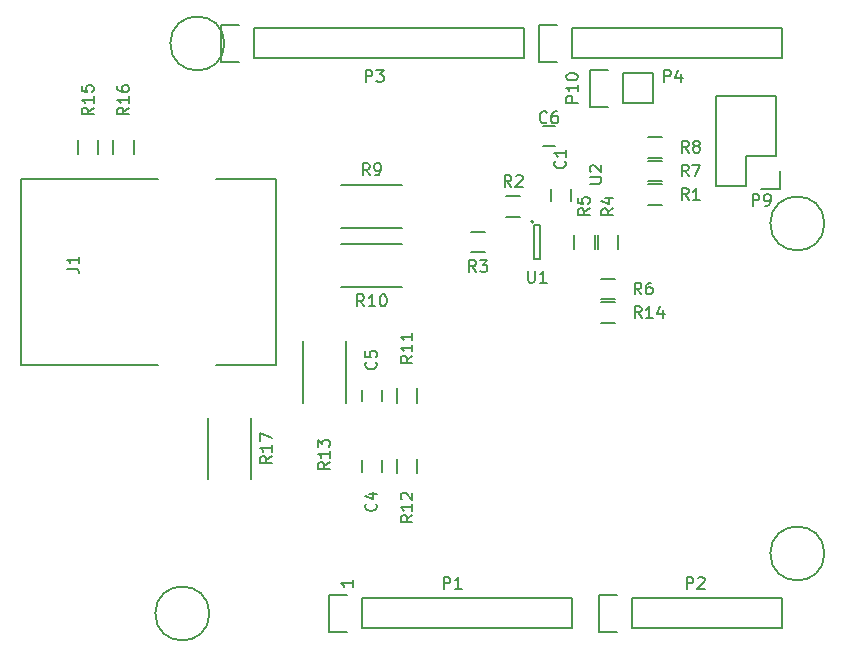
<source format=gbr>
G04 #@! TF.FileFunction,Legend,Top*
%FSLAX46Y46*%
G04 Gerber Fmt 4.6, Leading zero omitted, Abs format (unit mm)*
G04 Created by KiCad (PCBNEW (2015-08-20 BZR 6109, Git 2605ab0)-product) date Sat 10 Oct 2015 06:29:31 PM EDT*
%MOMM*%
G01*
G04 APERTURE LIST*
%ADD10C,0.100000*%
%ADD11C,0.150000*%
G04 APERTURE END LIST*
D10*
D11*
X28392381Y5365715D02*
X28392381Y4794286D01*
X28392381Y5080000D02*
X27392381Y5080000D01*
X27535238Y4984762D01*
X27630476Y4889524D01*
X27678095Y4794286D01*
X29210000Y1270000D02*
X46990000Y1270000D01*
X46990000Y1270000D02*
X46990000Y3810000D01*
X46990000Y3810000D02*
X29210000Y3810000D01*
X26390000Y990000D02*
X27940000Y990000D01*
X29210000Y1270000D02*
X29210000Y3810000D01*
X27940000Y4090000D02*
X26390000Y4090000D01*
X26390000Y4090000D02*
X26390000Y990000D01*
X52070000Y1270000D02*
X64770000Y1270000D01*
X64770000Y1270000D02*
X64770000Y3810000D01*
X64770000Y3810000D02*
X52070000Y3810000D01*
X49250000Y990000D02*
X50800000Y990000D01*
X52070000Y1270000D02*
X52070000Y3810000D01*
X50800000Y4090000D02*
X49250000Y4090000D01*
X49250000Y4090000D02*
X49250000Y990000D01*
X20066000Y49530000D02*
X42926000Y49530000D01*
X42926000Y49530000D02*
X42926000Y52070000D01*
X42926000Y52070000D02*
X20066000Y52070000D01*
X17246000Y49250000D02*
X18796000Y49250000D01*
X20066000Y49530000D02*
X20066000Y52070000D01*
X18796000Y52350000D02*
X17246000Y52350000D01*
X17246000Y52350000D02*
X17246000Y49250000D01*
X46990000Y49530000D02*
X64770000Y49530000D01*
X64770000Y49530000D02*
X64770000Y52070000D01*
X64770000Y52070000D02*
X46990000Y52070000D01*
X44170000Y49250000D02*
X45720000Y49250000D01*
X46990000Y49530000D02*
X46990000Y52070000D01*
X45720000Y52350000D02*
X44170000Y52350000D01*
X44170000Y52350000D02*
X44170000Y49250000D01*
X16256000Y2540000D02*
G75*
G03X16256000Y2540000I-2286000J0D01*
G01*
X68326000Y7620000D02*
G75*
G03X68326000Y7620000I-2286000J0D01*
G01*
X17526000Y50800000D02*
G75*
G03X17526000Y50800000I-2286000J0D01*
G01*
X68326000Y35560000D02*
G75*
G03X68326000Y35560000I-2286000J0D01*
G01*
X46850000Y37500000D02*
X46850000Y38500000D01*
X45150000Y38500000D02*
X45150000Y37500000D01*
X29150000Y15500000D02*
X29150000Y14500000D01*
X30850000Y14500000D02*
X30850000Y15500000D01*
X29150000Y21500000D02*
X29150000Y20500000D01*
X30850000Y20500000D02*
X30850000Y21500000D01*
X44500000Y42150000D02*
X45500000Y42150000D01*
X45500000Y43850000D02*
X44500000Y43850000D01*
X315000Y23571000D02*
X11872000Y23571000D01*
X16825000Y23571000D02*
X21905000Y23571000D01*
X315000Y39319000D02*
X11872000Y39319000D01*
X16825000Y39319000D02*
X21905000Y39319000D01*
X21905000Y39319000D02*
X21905000Y23571000D01*
X315000Y39319000D02*
X315000Y23571000D01*
X64270000Y41270000D02*
X64270000Y46350000D01*
X64550000Y38450000D02*
X63000000Y38450000D01*
X61730000Y38730000D02*
X61730000Y41270000D01*
X61730000Y41270000D02*
X64270000Y41270000D01*
X64270000Y46350000D02*
X59190000Y46350000D01*
X59190000Y46350000D02*
X59190000Y41270000D01*
X64550000Y38450000D02*
X64550000Y40000000D01*
X59190000Y38730000D02*
X61730000Y38730000D01*
X59190000Y41270000D02*
X59190000Y38730000D01*
X51270000Y48270000D02*
X53810000Y48270000D01*
X48450000Y48550000D02*
X50000000Y48550000D01*
X51270000Y48270000D02*
X51270000Y45730000D01*
X50000000Y45450000D02*
X48450000Y45450000D01*
X48450000Y45450000D02*
X48450000Y48550000D01*
X51270000Y45730000D02*
X53810000Y45730000D01*
X53810000Y45730000D02*
X53810000Y48270000D01*
X54600000Y37125000D02*
X53400000Y37125000D01*
X53400000Y38875000D02*
X54600000Y38875000D01*
X42600000Y36125000D02*
X41400000Y36125000D01*
X41400000Y37875000D02*
X42600000Y37875000D01*
X38400000Y34875000D02*
X39600000Y34875000D01*
X39600000Y33125000D02*
X38400000Y33125000D01*
X49125000Y33400000D02*
X49125000Y34600000D01*
X50875000Y34600000D02*
X50875000Y33400000D01*
X47125000Y33400000D02*
X47125000Y34600000D01*
X48875000Y34600000D02*
X48875000Y33400000D01*
X50600000Y29125000D02*
X49400000Y29125000D01*
X49400000Y30875000D02*
X50600000Y30875000D01*
X54600000Y39125000D02*
X53400000Y39125000D01*
X53400000Y40875000D02*
X54600000Y40875000D01*
X53400000Y42875000D02*
X54600000Y42875000D01*
X54600000Y41125000D02*
X53400000Y41125000D01*
X32600000Y35175000D02*
X27400000Y35175000D01*
X27400000Y38825000D02*
X32600000Y38825000D01*
X32600000Y30175000D02*
X27400000Y30175000D01*
X27400000Y33825000D02*
X32600000Y33825000D01*
X33875000Y21600000D02*
X33875000Y20400000D01*
X32125000Y20400000D02*
X32125000Y21600000D01*
X33875000Y15600000D02*
X33875000Y14400000D01*
X32125000Y14400000D02*
X32125000Y15600000D01*
X50600000Y27125000D02*
X49400000Y27125000D01*
X49400000Y28875000D02*
X50600000Y28875000D01*
X6875000Y42600000D02*
X6875000Y41400000D01*
X5125000Y41400000D02*
X5125000Y42600000D01*
X9875000Y42600000D02*
X9875000Y41400000D01*
X8125000Y41400000D02*
X8125000Y42600000D01*
X16175000Y13900000D02*
X16175000Y19100000D01*
X19825000Y19100000D02*
X19825000Y13900000D01*
X43700000Y35700000D02*
G75*
G03X43700000Y35700000I-100000J0D01*
G01*
X44250000Y35450000D02*
X43750000Y35450000D01*
X44250000Y32550000D02*
X44250000Y35450000D01*
X43750000Y32550000D02*
X44250000Y32550000D01*
X43750000Y35450000D02*
X43750000Y32550000D01*
X24175000Y20400000D02*
X24175000Y25600000D01*
X27825000Y25600000D02*
X27825000Y20400000D01*
X36091905Y4627619D02*
X36091905Y5627619D01*
X36472858Y5627619D01*
X36568096Y5580000D01*
X36615715Y5532381D01*
X36663334Y5437143D01*
X36663334Y5294286D01*
X36615715Y5199048D01*
X36568096Y5151429D01*
X36472858Y5103810D01*
X36091905Y5103810D01*
X37615715Y4627619D02*
X37044286Y4627619D01*
X37330000Y4627619D02*
X37330000Y5627619D01*
X37234762Y5484762D01*
X37139524Y5389524D01*
X37044286Y5341905D01*
X56665905Y4627619D02*
X56665905Y5627619D01*
X57046858Y5627619D01*
X57142096Y5580000D01*
X57189715Y5532381D01*
X57237334Y5437143D01*
X57237334Y5294286D01*
X57189715Y5199048D01*
X57142096Y5151429D01*
X57046858Y5103810D01*
X56665905Y5103810D01*
X57618286Y5532381D02*
X57665905Y5580000D01*
X57761143Y5627619D01*
X57999239Y5627619D01*
X58094477Y5580000D01*
X58142096Y5532381D01*
X58189715Y5437143D01*
X58189715Y5341905D01*
X58142096Y5199048D01*
X57570667Y4627619D01*
X58189715Y4627619D01*
X29487905Y47553619D02*
X29487905Y48553619D01*
X29868858Y48553619D01*
X29964096Y48506000D01*
X30011715Y48458381D01*
X30059334Y48363143D01*
X30059334Y48220286D01*
X30011715Y48125048D01*
X29964096Y48077429D01*
X29868858Y48029810D01*
X29487905Y48029810D01*
X30392667Y48553619D02*
X31011715Y48553619D01*
X30678381Y48172667D01*
X30821239Y48172667D01*
X30916477Y48125048D01*
X30964096Y48077429D01*
X31011715Y47982190D01*
X31011715Y47744095D01*
X30964096Y47648857D01*
X30916477Y47601238D01*
X30821239Y47553619D01*
X30535524Y47553619D01*
X30440286Y47601238D01*
X30392667Y47648857D01*
X54761905Y47547619D02*
X54761905Y48547619D01*
X55142858Y48547619D01*
X55238096Y48500000D01*
X55285715Y48452381D01*
X55333334Y48357143D01*
X55333334Y48214286D01*
X55285715Y48119048D01*
X55238096Y48071429D01*
X55142858Y48023810D01*
X54761905Y48023810D01*
X56190477Y48214286D02*
X56190477Y47547619D01*
X55952381Y48595238D02*
X55714286Y47880952D01*
X56333334Y47880952D01*
X46357143Y40833334D02*
X46404762Y40785715D01*
X46452381Y40642858D01*
X46452381Y40547620D01*
X46404762Y40404762D01*
X46309524Y40309524D01*
X46214286Y40261905D01*
X46023810Y40214286D01*
X45880952Y40214286D01*
X45690476Y40261905D01*
X45595238Y40309524D01*
X45500000Y40404762D01*
X45452381Y40547620D01*
X45452381Y40642858D01*
X45500000Y40785715D01*
X45547619Y40833334D01*
X46452381Y41785715D02*
X46452381Y41214286D01*
X46452381Y41500000D02*
X45452381Y41500000D01*
X45595238Y41404762D01*
X45690476Y41309524D01*
X45738095Y41214286D01*
X30357143Y11833334D02*
X30404762Y11785715D01*
X30452381Y11642858D01*
X30452381Y11547620D01*
X30404762Y11404762D01*
X30309524Y11309524D01*
X30214286Y11261905D01*
X30023810Y11214286D01*
X29880952Y11214286D01*
X29690476Y11261905D01*
X29595238Y11309524D01*
X29500000Y11404762D01*
X29452381Y11547620D01*
X29452381Y11642858D01*
X29500000Y11785715D01*
X29547619Y11833334D01*
X29785714Y12690477D02*
X30452381Y12690477D01*
X29404762Y12452381D02*
X30119048Y12214286D01*
X30119048Y12833334D01*
X30357143Y23833334D02*
X30404762Y23785715D01*
X30452381Y23642858D01*
X30452381Y23547620D01*
X30404762Y23404762D01*
X30309524Y23309524D01*
X30214286Y23261905D01*
X30023810Y23214286D01*
X29880952Y23214286D01*
X29690476Y23261905D01*
X29595238Y23309524D01*
X29500000Y23404762D01*
X29452381Y23547620D01*
X29452381Y23642858D01*
X29500000Y23785715D01*
X29547619Y23833334D01*
X29452381Y24738096D02*
X29452381Y24261905D01*
X29928571Y24214286D01*
X29880952Y24261905D01*
X29833333Y24357143D01*
X29833333Y24595239D01*
X29880952Y24690477D01*
X29928571Y24738096D01*
X30023810Y24785715D01*
X30261905Y24785715D01*
X30357143Y24738096D01*
X30404762Y24690477D01*
X30452381Y24595239D01*
X30452381Y24357143D01*
X30404762Y24261905D01*
X30357143Y24214286D01*
X44833334Y44142857D02*
X44785715Y44095238D01*
X44642858Y44047619D01*
X44547620Y44047619D01*
X44404762Y44095238D01*
X44309524Y44190476D01*
X44261905Y44285714D01*
X44214286Y44476190D01*
X44214286Y44619048D01*
X44261905Y44809524D01*
X44309524Y44904762D01*
X44404762Y45000000D01*
X44547620Y45047619D01*
X44642858Y45047619D01*
X44785715Y45000000D01*
X44833334Y44952381D01*
X45690477Y45047619D02*
X45500000Y45047619D01*
X45404762Y45000000D01*
X45357143Y44952381D01*
X45261905Y44809524D01*
X45214286Y44619048D01*
X45214286Y44238095D01*
X45261905Y44142857D01*
X45309524Y44095238D01*
X45404762Y44047619D01*
X45595239Y44047619D01*
X45690477Y44095238D01*
X45738096Y44142857D01*
X45785715Y44238095D01*
X45785715Y44476190D01*
X45738096Y44571429D01*
X45690477Y44619048D01*
X45595239Y44666667D01*
X45404762Y44666667D01*
X45309524Y44619048D01*
X45261905Y44571429D01*
X45214286Y44476190D01*
X4212381Y31746667D02*
X4926667Y31746667D01*
X5069524Y31699047D01*
X5164762Y31603809D01*
X5212381Y31460952D01*
X5212381Y31365714D01*
X5212381Y32746667D02*
X5212381Y32175238D01*
X5212381Y32460952D02*
X4212381Y32460952D01*
X4355238Y32365714D01*
X4450476Y32270476D01*
X4498095Y32175238D01*
X62261905Y37047619D02*
X62261905Y38047619D01*
X62642858Y38047619D01*
X62738096Y38000000D01*
X62785715Y37952381D01*
X62833334Y37857143D01*
X62833334Y37714286D01*
X62785715Y37619048D01*
X62738096Y37571429D01*
X62642858Y37523810D01*
X62261905Y37523810D01*
X63309524Y37047619D02*
X63500000Y37047619D01*
X63595239Y37095238D01*
X63642858Y37142857D01*
X63738096Y37285714D01*
X63785715Y37476190D01*
X63785715Y37857143D01*
X63738096Y37952381D01*
X63690477Y38000000D01*
X63595239Y38047619D01*
X63404762Y38047619D01*
X63309524Y38000000D01*
X63261905Y37952381D01*
X63214286Y37857143D01*
X63214286Y37619048D01*
X63261905Y37523810D01*
X63309524Y37476190D01*
X63404762Y37428571D01*
X63595239Y37428571D01*
X63690477Y37476190D01*
X63738096Y37523810D01*
X63785715Y37619048D01*
X47452381Y45785714D02*
X46452381Y45785714D01*
X46452381Y46166667D01*
X46500000Y46261905D01*
X46547619Y46309524D01*
X46642857Y46357143D01*
X46785714Y46357143D01*
X46880952Y46309524D01*
X46928571Y46261905D01*
X46976190Y46166667D01*
X46976190Y45785714D01*
X47452381Y47309524D02*
X47452381Y46738095D01*
X47452381Y47023809D02*
X46452381Y47023809D01*
X46595238Y46928571D01*
X46690476Y46833333D01*
X46738095Y46738095D01*
X46452381Y47928571D02*
X46452381Y48023810D01*
X46500000Y48119048D01*
X46547619Y48166667D01*
X46642857Y48214286D01*
X46833333Y48261905D01*
X47071429Y48261905D01*
X47261905Y48214286D01*
X47357143Y48166667D01*
X47404762Y48119048D01*
X47452381Y48023810D01*
X47452381Y47928571D01*
X47404762Y47833333D01*
X47357143Y47785714D01*
X47261905Y47738095D01*
X47071429Y47690476D01*
X46833333Y47690476D01*
X46642857Y47738095D01*
X46547619Y47785714D01*
X46500000Y47833333D01*
X46452381Y47928571D01*
X56833334Y37547619D02*
X56500000Y38023810D01*
X56261905Y37547619D02*
X56261905Y38547619D01*
X56642858Y38547619D01*
X56738096Y38500000D01*
X56785715Y38452381D01*
X56833334Y38357143D01*
X56833334Y38214286D01*
X56785715Y38119048D01*
X56738096Y38071429D01*
X56642858Y38023810D01*
X56261905Y38023810D01*
X57785715Y37547619D02*
X57214286Y37547619D01*
X57500000Y37547619D02*
X57500000Y38547619D01*
X57404762Y38404762D01*
X57309524Y38309524D01*
X57214286Y38261905D01*
X41833334Y38647619D02*
X41500000Y39123810D01*
X41261905Y38647619D02*
X41261905Y39647619D01*
X41642858Y39647619D01*
X41738096Y39600000D01*
X41785715Y39552381D01*
X41833334Y39457143D01*
X41833334Y39314286D01*
X41785715Y39219048D01*
X41738096Y39171429D01*
X41642858Y39123810D01*
X41261905Y39123810D01*
X42214286Y39552381D02*
X42261905Y39600000D01*
X42357143Y39647619D01*
X42595239Y39647619D01*
X42690477Y39600000D01*
X42738096Y39552381D01*
X42785715Y39457143D01*
X42785715Y39361905D01*
X42738096Y39219048D01*
X42166667Y38647619D01*
X42785715Y38647619D01*
X38833334Y31447619D02*
X38500000Y31923810D01*
X38261905Y31447619D02*
X38261905Y32447619D01*
X38642858Y32447619D01*
X38738096Y32400000D01*
X38785715Y32352381D01*
X38833334Y32257143D01*
X38833334Y32114286D01*
X38785715Y32019048D01*
X38738096Y31971429D01*
X38642858Y31923810D01*
X38261905Y31923810D01*
X39166667Y32447619D02*
X39785715Y32447619D01*
X39452381Y32066667D01*
X39595239Y32066667D01*
X39690477Y32019048D01*
X39738096Y31971429D01*
X39785715Y31876190D01*
X39785715Y31638095D01*
X39738096Y31542857D01*
X39690477Y31495238D01*
X39595239Y31447619D01*
X39309524Y31447619D01*
X39214286Y31495238D01*
X39166667Y31542857D01*
X50452381Y36833334D02*
X49976190Y36500000D01*
X50452381Y36261905D02*
X49452381Y36261905D01*
X49452381Y36642858D01*
X49500000Y36738096D01*
X49547619Y36785715D01*
X49642857Y36833334D01*
X49785714Y36833334D01*
X49880952Y36785715D01*
X49928571Y36738096D01*
X49976190Y36642858D01*
X49976190Y36261905D01*
X49785714Y37690477D02*
X50452381Y37690477D01*
X49404762Y37452381D02*
X50119048Y37214286D01*
X50119048Y37833334D01*
X48452381Y36833334D02*
X47976190Y36500000D01*
X48452381Y36261905D02*
X47452381Y36261905D01*
X47452381Y36642858D01*
X47500000Y36738096D01*
X47547619Y36785715D01*
X47642857Y36833334D01*
X47785714Y36833334D01*
X47880952Y36785715D01*
X47928571Y36738096D01*
X47976190Y36642858D01*
X47976190Y36261905D01*
X47452381Y37738096D02*
X47452381Y37261905D01*
X47928571Y37214286D01*
X47880952Y37261905D01*
X47833333Y37357143D01*
X47833333Y37595239D01*
X47880952Y37690477D01*
X47928571Y37738096D01*
X48023810Y37785715D01*
X48261905Y37785715D01*
X48357143Y37738096D01*
X48404762Y37690477D01*
X48452381Y37595239D01*
X48452381Y37357143D01*
X48404762Y37261905D01*
X48357143Y37214286D01*
X52833334Y29547619D02*
X52500000Y30023810D01*
X52261905Y29547619D02*
X52261905Y30547619D01*
X52642858Y30547619D01*
X52738096Y30500000D01*
X52785715Y30452381D01*
X52833334Y30357143D01*
X52833334Y30214286D01*
X52785715Y30119048D01*
X52738096Y30071429D01*
X52642858Y30023810D01*
X52261905Y30023810D01*
X53690477Y30547619D02*
X53500000Y30547619D01*
X53404762Y30500000D01*
X53357143Y30452381D01*
X53261905Y30309524D01*
X53214286Y30119048D01*
X53214286Y29738095D01*
X53261905Y29642857D01*
X53309524Y29595238D01*
X53404762Y29547619D01*
X53595239Y29547619D01*
X53690477Y29595238D01*
X53738096Y29642857D01*
X53785715Y29738095D01*
X53785715Y29976190D01*
X53738096Y30071429D01*
X53690477Y30119048D01*
X53595239Y30166667D01*
X53404762Y30166667D01*
X53309524Y30119048D01*
X53261905Y30071429D01*
X53214286Y29976190D01*
X56833334Y39547619D02*
X56500000Y40023810D01*
X56261905Y39547619D02*
X56261905Y40547619D01*
X56642858Y40547619D01*
X56738096Y40500000D01*
X56785715Y40452381D01*
X56833334Y40357143D01*
X56833334Y40214286D01*
X56785715Y40119048D01*
X56738096Y40071429D01*
X56642858Y40023810D01*
X56261905Y40023810D01*
X57166667Y40547619D02*
X57833334Y40547619D01*
X57404762Y39547619D01*
X56833334Y41547619D02*
X56500000Y42023810D01*
X56261905Y41547619D02*
X56261905Y42547619D01*
X56642858Y42547619D01*
X56738096Y42500000D01*
X56785715Y42452381D01*
X56833334Y42357143D01*
X56833334Y42214286D01*
X56785715Y42119048D01*
X56738096Y42071429D01*
X56642858Y42023810D01*
X56261905Y42023810D01*
X57404762Y42119048D02*
X57309524Y42166667D01*
X57261905Y42214286D01*
X57214286Y42309524D01*
X57214286Y42357143D01*
X57261905Y42452381D01*
X57309524Y42500000D01*
X57404762Y42547619D01*
X57595239Y42547619D01*
X57690477Y42500000D01*
X57738096Y42452381D01*
X57785715Y42357143D01*
X57785715Y42309524D01*
X57738096Y42214286D01*
X57690477Y42166667D01*
X57595239Y42119048D01*
X57404762Y42119048D01*
X57309524Y42071429D01*
X57261905Y42023810D01*
X57214286Y41928571D01*
X57214286Y41738095D01*
X57261905Y41642857D01*
X57309524Y41595238D01*
X57404762Y41547619D01*
X57595239Y41547619D01*
X57690477Y41595238D01*
X57738096Y41642857D01*
X57785715Y41738095D01*
X57785715Y41928571D01*
X57738096Y42023810D01*
X57690477Y42071429D01*
X57595239Y42119048D01*
X29833334Y39647619D02*
X29500000Y40123810D01*
X29261905Y39647619D02*
X29261905Y40647619D01*
X29642858Y40647619D01*
X29738096Y40600000D01*
X29785715Y40552381D01*
X29833334Y40457143D01*
X29833334Y40314286D01*
X29785715Y40219048D01*
X29738096Y40171429D01*
X29642858Y40123810D01*
X29261905Y40123810D01*
X30309524Y39647619D02*
X30500000Y39647619D01*
X30595239Y39695238D01*
X30642858Y39742857D01*
X30738096Y39885714D01*
X30785715Y40076190D01*
X30785715Y40457143D01*
X30738096Y40552381D01*
X30690477Y40600000D01*
X30595239Y40647619D01*
X30404762Y40647619D01*
X30309524Y40600000D01*
X30261905Y40552381D01*
X30214286Y40457143D01*
X30214286Y40219048D01*
X30261905Y40123810D01*
X30309524Y40076190D01*
X30404762Y40028571D01*
X30595239Y40028571D01*
X30690477Y40076190D01*
X30738096Y40123810D01*
X30785715Y40219048D01*
X29357143Y28547619D02*
X29023809Y29023810D01*
X28785714Y28547619D02*
X28785714Y29547619D01*
X29166667Y29547619D01*
X29261905Y29500000D01*
X29309524Y29452381D01*
X29357143Y29357143D01*
X29357143Y29214286D01*
X29309524Y29119048D01*
X29261905Y29071429D01*
X29166667Y29023810D01*
X28785714Y29023810D01*
X30309524Y28547619D02*
X29738095Y28547619D01*
X30023809Y28547619D02*
X30023809Y29547619D01*
X29928571Y29404762D01*
X29833333Y29309524D01*
X29738095Y29261905D01*
X30928571Y29547619D02*
X31023810Y29547619D01*
X31119048Y29500000D01*
X31166667Y29452381D01*
X31214286Y29357143D01*
X31261905Y29166667D01*
X31261905Y28928571D01*
X31214286Y28738095D01*
X31166667Y28642857D01*
X31119048Y28595238D01*
X31023810Y28547619D01*
X30928571Y28547619D01*
X30833333Y28595238D01*
X30785714Y28642857D01*
X30738095Y28738095D01*
X30690476Y28928571D01*
X30690476Y29166667D01*
X30738095Y29357143D01*
X30785714Y29452381D01*
X30833333Y29500000D01*
X30928571Y29547619D01*
X33452381Y24357143D02*
X32976190Y24023809D01*
X33452381Y23785714D02*
X32452381Y23785714D01*
X32452381Y24166667D01*
X32500000Y24261905D01*
X32547619Y24309524D01*
X32642857Y24357143D01*
X32785714Y24357143D01*
X32880952Y24309524D01*
X32928571Y24261905D01*
X32976190Y24166667D01*
X32976190Y23785714D01*
X33452381Y25309524D02*
X33452381Y24738095D01*
X33452381Y25023809D02*
X32452381Y25023809D01*
X32595238Y24928571D01*
X32690476Y24833333D01*
X32738095Y24738095D01*
X33452381Y26261905D02*
X33452381Y25690476D01*
X33452381Y25976190D02*
X32452381Y25976190D01*
X32595238Y25880952D01*
X32690476Y25785714D01*
X32738095Y25690476D01*
X33452381Y10857143D02*
X32976190Y10523809D01*
X33452381Y10285714D02*
X32452381Y10285714D01*
X32452381Y10666667D01*
X32500000Y10761905D01*
X32547619Y10809524D01*
X32642857Y10857143D01*
X32785714Y10857143D01*
X32880952Y10809524D01*
X32928571Y10761905D01*
X32976190Y10666667D01*
X32976190Y10285714D01*
X33452381Y11809524D02*
X33452381Y11238095D01*
X33452381Y11523809D02*
X32452381Y11523809D01*
X32595238Y11428571D01*
X32690476Y11333333D01*
X32738095Y11238095D01*
X32547619Y12190476D02*
X32500000Y12238095D01*
X32452381Y12333333D01*
X32452381Y12571429D01*
X32500000Y12666667D01*
X32547619Y12714286D01*
X32642857Y12761905D01*
X32738095Y12761905D01*
X32880952Y12714286D01*
X33452381Y12142857D01*
X33452381Y12761905D01*
X52857143Y27547619D02*
X52523809Y28023810D01*
X52285714Y27547619D02*
X52285714Y28547619D01*
X52666667Y28547619D01*
X52761905Y28500000D01*
X52809524Y28452381D01*
X52857143Y28357143D01*
X52857143Y28214286D01*
X52809524Y28119048D01*
X52761905Y28071429D01*
X52666667Y28023810D01*
X52285714Y28023810D01*
X53809524Y27547619D02*
X53238095Y27547619D01*
X53523809Y27547619D02*
X53523809Y28547619D01*
X53428571Y28404762D01*
X53333333Y28309524D01*
X53238095Y28261905D01*
X54666667Y28214286D02*
X54666667Y27547619D01*
X54428571Y28595238D02*
X54190476Y27880952D01*
X54809524Y27880952D01*
X6452381Y45357143D02*
X5976190Y45023809D01*
X6452381Y44785714D02*
X5452381Y44785714D01*
X5452381Y45166667D01*
X5500000Y45261905D01*
X5547619Y45309524D01*
X5642857Y45357143D01*
X5785714Y45357143D01*
X5880952Y45309524D01*
X5928571Y45261905D01*
X5976190Y45166667D01*
X5976190Y44785714D01*
X6452381Y46309524D02*
X6452381Y45738095D01*
X6452381Y46023809D02*
X5452381Y46023809D01*
X5595238Y45928571D01*
X5690476Y45833333D01*
X5738095Y45738095D01*
X5452381Y47214286D02*
X5452381Y46738095D01*
X5928571Y46690476D01*
X5880952Y46738095D01*
X5833333Y46833333D01*
X5833333Y47071429D01*
X5880952Y47166667D01*
X5928571Y47214286D01*
X6023810Y47261905D01*
X6261905Y47261905D01*
X6357143Y47214286D01*
X6404762Y47166667D01*
X6452381Y47071429D01*
X6452381Y46833333D01*
X6404762Y46738095D01*
X6357143Y46690476D01*
X9452381Y45357143D02*
X8976190Y45023809D01*
X9452381Y44785714D02*
X8452381Y44785714D01*
X8452381Y45166667D01*
X8500000Y45261905D01*
X8547619Y45309524D01*
X8642857Y45357143D01*
X8785714Y45357143D01*
X8880952Y45309524D01*
X8928571Y45261905D01*
X8976190Y45166667D01*
X8976190Y44785714D01*
X9452381Y46309524D02*
X9452381Y45738095D01*
X9452381Y46023809D02*
X8452381Y46023809D01*
X8595238Y45928571D01*
X8690476Y45833333D01*
X8738095Y45738095D01*
X8452381Y47166667D02*
X8452381Y46976190D01*
X8500000Y46880952D01*
X8547619Y46833333D01*
X8690476Y46738095D01*
X8880952Y46690476D01*
X9261905Y46690476D01*
X9357143Y46738095D01*
X9404762Y46785714D01*
X9452381Y46880952D01*
X9452381Y47071429D01*
X9404762Y47166667D01*
X9357143Y47214286D01*
X9261905Y47261905D01*
X9023810Y47261905D01*
X8928571Y47214286D01*
X8880952Y47166667D01*
X8833333Y47071429D01*
X8833333Y46880952D01*
X8880952Y46785714D01*
X8928571Y46738095D01*
X9023810Y46690476D01*
X21552381Y15857143D02*
X21076190Y15523809D01*
X21552381Y15285714D02*
X20552381Y15285714D01*
X20552381Y15666667D01*
X20600000Y15761905D01*
X20647619Y15809524D01*
X20742857Y15857143D01*
X20885714Y15857143D01*
X20980952Y15809524D01*
X21028571Y15761905D01*
X21076190Y15666667D01*
X21076190Y15285714D01*
X21552381Y16809524D02*
X21552381Y16238095D01*
X21552381Y16523809D02*
X20552381Y16523809D01*
X20695238Y16428571D01*
X20790476Y16333333D01*
X20838095Y16238095D01*
X20552381Y17142857D02*
X20552381Y17809524D01*
X21552381Y17380952D01*
X43238095Y31547619D02*
X43238095Y30738095D01*
X43285714Y30642857D01*
X43333333Y30595238D01*
X43428571Y30547619D01*
X43619048Y30547619D01*
X43714286Y30595238D01*
X43761905Y30642857D01*
X43809524Y30738095D01*
X43809524Y31547619D01*
X44809524Y30547619D02*
X44238095Y30547619D01*
X44523809Y30547619D02*
X44523809Y31547619D01*
X44428571Y31404762D01*
X44333333Y31309524D01*
X44238095Y31261905D01*
X48452381Y38938095D02*
X49261905Y38938095D01*
X49357143Y38985714D01*
X49404762Y39033333D01*
X49452381Y39128571D01*
X49452381Y39319048D01*
X49404762Y39414286D01*
X49357143Y39461905D01*
X49261905Y39509524D01*
X48452381Y39509524D01*
X48547619Y39938095D02*
X48500000Y39985714D01*
X48452381Y40080952D01*
X48452381Y40319048D01*
X48500000Y40414286D01*
X48547619Y40461905D01*
X48642857Y40509524D01*
X48738095Y40509524D01*
X48880952Y40461905D01*
X49452381Y39890476D01*
X49452381Y40509524D01*
X26452381Y15357143D02*
X25976190Y15023809D01*
X26452381Y14785714D02*
X25452381Y14785714D01*
X25452381Y15166667D01*
X25500000Y15261905D01*
X25547619Y15309524D01*
X25642857Y15357143D01*
X25785714Y15357143D01*
X25880952Y15309524D01*
X25928571Y15261905D01*
X25976190Y15166667D01*
X25976190Y14785714D01*
X26452381Y16309524D02*
X26452381Y15738095D01*
X26452381Y16023809D02*
X25452381Y16023809D01*
X25595238Y15928571D01*
X25690476Y15833333D01*
X25738095Y15738095D01*
X25452381Y16642857D02*
X25452381Y17261905D01*
X25833333Y16928571D01*
X25833333Y17071429D01*
X25880952Y17166667D01*
X25928571Y17214286D01*
X26023810Y17261905D01*
X26261905Y17261905D01*
X26357143Y17214286D01*
X26404762Y17166667D01*
X26452381Y17071429D01*
X26452381Y16785714D01*
X26404762Y16690476D01*
X26357143Y16642857D01*
M02*

</source>
